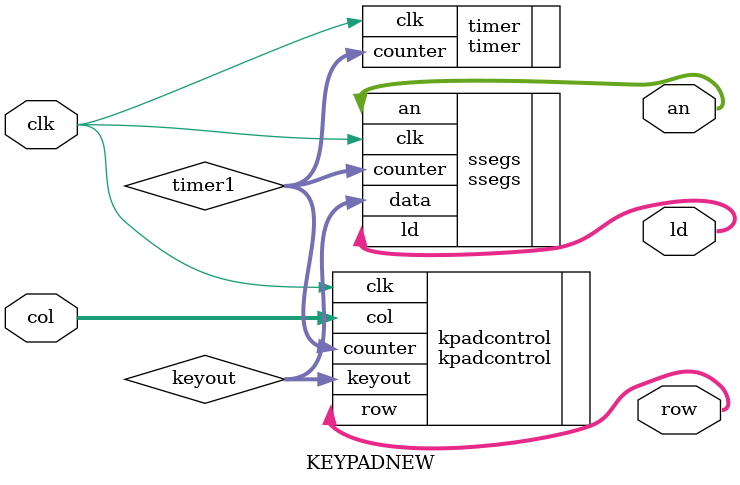
<source format=v>
`timescale 1ns / 1ps

module KEYPADNEW(clk, an, ld, row, col
    );
input clk;
input [3:0] col; 
output [3:0] row;
output [3:0] an;
output [6:0] ld; 

wire [25:0] timer1;
wire [3:0] keyout;


timer timer(.clk(clk), .counter(timer1));

kpadcontrol kpadcontrol(.clk(clk), .counter(timer1), .row(row), .col(col), .keyout(keyout));

ssegs ssegs(.clk(clk), .an(an), .ld(ld), .data(keyout), .counter(timer1));



endmodule

</source>
